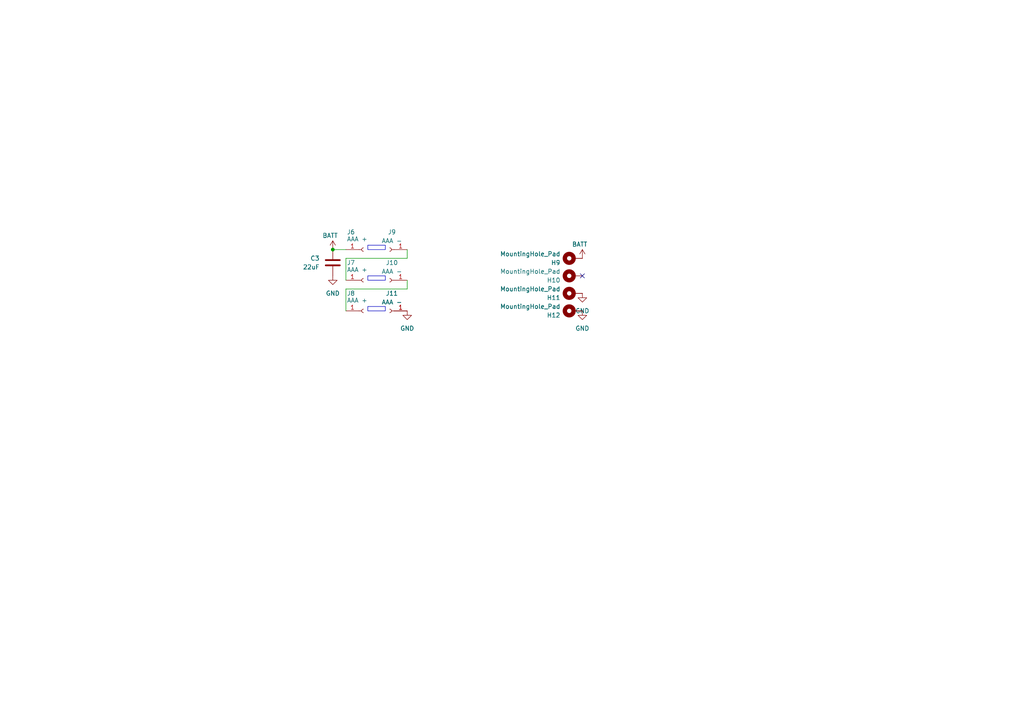
<source format=kicad_sch>
(kicad_sch (version 20250114) (generator "eeschema") (generator_version "9.0")
  (paper "A4")
  (title_block (title "Imponator, Battery Addon (Optional)") (date "2025-10-05") (rev "1") (company "Hackeriet") (comment 1 "Designed by: Sigurd Hellesvik"))
  (lib_symbols
    (symbol "Connector:Conn_01x01_Socket" (pin_names (offset 1.016) (hide yes))
      (property "Reference" "J" (at 0 2.54 0))
      (property "Value" "Conn_01x01_Socket" (at 0 -2.54 0))
      (symbol "Conn_01x01_Socket_1_1"
        (polyline (pts (xy -1.27 0) (xy -0.508 0)) (stroke (width 0.1524)))
        (arc (start 0 -0.508) (mid -0.5058 0) (end 0 0.508) (stroke (width 0.1524)))
        (pin passive line (at -5.08 0 0) (length 3.81) (name "Pin_1") (number "1"))
      )
    )
    (symbol "Device:C" (pin_numbers (hide yes)) (pin_names (offset 0.254))
      (property "Reference" "C" (at 0.635 2.54 0))
      (property "Value" "C" (at 0.635 -2.54 0))
      (symbol "C_0_1"
        (polyline (pts (xy -2.032 0.762) (xy 2.032 0.762)) (stroke (width 0.508)))
        (polyline (pts (xy -2.032 -0.762) (xy 2.032 -0.762)) (stroke (width 0.508)))
      )
      (symbol "C_1_1"
        (pin passive line (at 0 3.81 270) (length 2.794) (name "~") (number "1"))
        (pin passive line (at 0 -3.81 90) (length 2.794) (name "~") (number "2"))
      )
    )
    (symbol "Mechanical:MountingHole_Pad" (pin_numbers (hide yes)) (pin_names (offset 1.016) (hide yes)) (in_bom no)
      (property "Reference" "H" (at 0 6.35 0))
      (property "Value" "MountingHole_Pad" (at 0 4.445 0))
      (symbol "MountingHole_Pad_0_1"
        (circle (center 0 1.27) (radius 1.27) (stroke (width 1.27)))
      )
      (symbol "MountingHole_Pad_1_1"
        (pin input line (at 0 -2.54 90) (length 2.54) (name "1") (number "1"))
      )
    )
    (symbol "power:+3.3V" (power) (pin_numbers (hide yes)) (pin_names (offset 0) (hide yes))
      (property "Value" "+3.3V" (at 0 3.556 0))
      (symbol "+3.3V_0_1"
        (polyline (pts (xy -0.762 1.27) (xy 0 2.54)))
        (polyline (pts (xy 0 2.54) (xy 0.762 1.27)))
        (polyline (pts (xy 0 0) (xy 0 2.54)))
      )
      (symbol "+3.3V_1_1"
        (pin power_in line (at 0 0 90) (length 0) (name "~") (number "1"))
      )
    )
    (symbol "power:GND" (power) (pin_numbers (hide yes)) (pin_names (offset 0) (hide yes))
      (property "Value" "GND" (at 0 -3.81 0))
      (symbol "GND_0_1"
        (polyline (pts (xy 0 0) (xy 0 -1.27) (xy 1.27 -1.27) (xy 0 -2.54) (xy -1.27 -1.27) (xy 0 -1.27)))
      )
      (symbol "GND_1_1"
        (pin power_in line (at 0 0 270) (length 0) (name "~") (number "1"))
      )
    )
  )
  (rectangle (start 106.68 71.12) (end 111.76 72.39))
  (rectangle (start 106.68 88.9) (end 111.76 90.17))
  (rectangle (start 106.68 80.01) (end 111.76 81.28))
  (junction (at 96.52 72.39))
  (no_connect (at 168.91 80.01))
  (wire (pts (xy 118.11 72.39) (xy 118.11 74.93)))
  (wire (pts (xy 96.52 72.39) (xy 100.33 72.39)))
  (wire (pts (xy 100.33 83.82) (xy 100.33 90.17)))
  (wire (pts (xy 118.11 81.28) (xy 118.11 83.82)))
  (wire (pts (xy 100.33 74.93) (xy 100.33 81.28)))
  (wire (pts (xy 118.11 83.82) (xy 100.33 83.82)))
  (wire (pts (xy 118.11 74.93) (xy 100.33 74.93)))
  (symbol (lib_id "Mechanical:MountingHole_Pad") (at 166.37 90.17 90) (unit 1) (in_bom no)
    (property "Reference" "H12" (at 162.56 91.4401 90) (effects (justify left)))
    (property "Value" "MountingHole_Pad" (at 162.56 88.9001 90) (effects (justify left)))
    (property "Footprint" "MountingHole:MountingHole_2.5mm_Pad_TopBottom" (effects (hide yes)))
    (property "Description" "Mounting Hole with connection" (effects (hide yes)))
  )
  (symbol (lib_id "power:+3.3V") (at 96.52 72.39 0) (unit 1)
    (property "Reference" "#PWR033" (effects (hide yes)))
    (property "Value" "BATT" (at 95.758 68.326 0))
    (property "Description" "Power symbol creates a global label with name \"+3.3V\"" (effects (hide yes)))
  )
  (symbol (lib_id "Mechanical:MountingHole_Pad") (at 166.37 85.09 90) (unit 1) (in_bom no)
    (property "Reference" "H11" (at 162.56 86.3601 90) (effects (justify left)))
    (property "Value" "MountingHole_Pad" (at 162.56 83.8201 90) (effects (justify left)))
    (property "Footprint" "MountingHole:MountingHole_2.5mm_Pad_TopBottom" (effects (hide yes)))
    (property "Description" "Mounting Hole with connection" (effects (hide yes)))
  )
  (symbol (lib_id "Mechanical:MountingHole_Pad") (at 166.37 80.01 90) (unit 1) (in_bom no)
    (property "Reference" "H10" (at 162.56 81.2801 90) (effects (justify left)))
    (property "Value" "MountingHole_Pad" (at 162.56 78.7401 90) (effects (justify left)))
    (property "Footprint" "MountingHole:MountingHole_2.5mm_Pad_TopBottom" (effects (hide yes)))
    (property "Description" "Mounting Hole with connection" (effects (hide yes)))
  )
  (symbol (lib_id "Connector:Conn_01x01_Socket") (at 113.03 72.39 180) (unit 1)
    (property "Reference" "J9" (at 113.665 67.31 0))
    (property "Value" "AAA -" (at 113.665 69.85 0))
    (property "Footprint" "imponator_footprint_lib:BAT_591" (effects (hide yes)))
    (property "Description" "Generic connector, single row, 01x01, script generated" (effects (hide yes)))
  )
  (symbol (lib_id "Device:C") (at 96.52 76.2 0) (mirror x) (unit 1)
    (property "Reference" "C3" (at 92.71 74.9299 0) (effects (justify right)))
    (property "Value" "22uF" (at 92.71 77.4699 0) (effects (justify right)))
    (property "Footprint" "Capacitor_SMD:C_0603_1608Metric_Pad1.08x0.95mm_HandSolder" (effects (hide yes)))
    (property "Description" "Unpolarized capacitor" (effects (hide yes)))
  )
  (symbol (lib_id "power:GND") (at 118.11 90.17 0) (mirror y) (unit 1)
    (property "Reference" "#PWR035" (effects (hide yes)))
    (property "Value" "GND" (at 118.11 95.25 0))
    (property "Description" "Power symbol creates a global label with name \"GND\" , ground" (effects (hide yes)))
  )
  (symbol (lib_id "Mechanical:MountingHole_Pad") (at 166.37 74.93 90) (unit 1) (in_bom no)
    (property "Reference" "H9" (at 162.56 76.2001 90) (effects (justify left)))
    (property "Value" "MountingHole_Pad" (at 162.56 73.6601 90) (effects (justify left)))
    (property "Footprint" "MountingHole:MountingHole_2.5mm_Pad_TopBottom" (effects (hide yes)))
    (property "Description" "Mounting Hole with connection" (effects (hide yes)))
  )
  (symbol (lib_id "Connector:Conn_01x01_Socket") (at 105.41 81.28 0) (unit 1)
    (property "Reference" "J7" (at 100.584 76.2 0) (effects (justify left)))
    (property "Value" "AAA +" (at 100.584 78.232 0) (effects (justify left)))
    (property "Footprint" "imponator_footprint_lib:BAT_597" (effects (hide yes)))
    (property "Description" "Generic connector, single row, 01x01, script generated" (effects (hide yes)))
  )
  (symbol (lib_id "power:GND") (at 96.52 80.01 0) (mirror y) (unit 1)
    (property "Reference" "#PWR034" (effects (hide yes)))
    (property "Value" "GND" (at 96.52 85.09 0))
    (property "Description" "Power symbol creates a global label with name \"GND\" , ground" (effects (hide yes)))
  )
  (symbol (lib_id "power:GND") (at 168.91 90.17 0) (unit 1)
    (property "Reference" "#PWR038" (effects (hide yes)))
    (property "Value" "GND" (at 168.91 95.25 0))
    (property "Description" "Power symbol creates a global label with name \"GND\" , ground" (effects (hide yes)))
  )
  (symbol (lib_id "power:GND") (at 168.91 85.09 0) (unit 1)
    (property "Reference" "#PWR037" (effects (hide yes)))
    (property "Value" "GND" (at 168.91 90.17 0))
    (property "Description" "Power symbol creates a global label with name \"GND\" , ground" (effects (hide yes)))
  )
  (symbol (lib_id "Connector:Conn_01x01_Socket") (at 113.03 81.28 180) (unit 1)
    (property "Reference" "J10" (at 113.665 76.2 0))
    (property "Value" "AAA -" (at 113.665 78.74 0))
    (property "Footprint" "imponator_footprint_lib:BAT_591" (effects (hide yes)))
    (property "Description" "Generic connector, single row, 01x01, script generated" (effects (hide yes)))
  )
  (symbol (lib_id "Connector:Conn_01x01_Socket") (at 113.03 90.17 180) (unit 1)
    (property "Reference" "J11" (at 113.665 85.09 0))
    (property "Value" "AAA -" (at 113.665 87.63 0))
    (property "Footprint" "imponator_footprint_lib:BAT_591" (effects (hide yes)))
    (property "Description" "Generic connector, single row, 01x01, script generated" (effects (hide yes)))
  )
  (symbol (lib_id "power:+3.3V") (at 168.91 74.93 0) (unit 1)
    (property "Reference" "#PWR036" (effects (hide yes)))
    (property "Value" "BATT" (at 168.148 70.866 0))
    (property "Description" "Power symbol creates a global label with name \"+3.3V\"" (effects (hide yes)))
  )
  (symbol (lib_id "Connector:Conn_01x01_Socket") (at 105.41 72.39 0) (unit 1)
    (property "Reference" "J6" (at 100.584 67.31 0) (effects (justify left)))
    (property "Value" "AAA +" (at 100.584 69.342 0) (effects (justify left)))
    (property "Footprint" "imponator_footprint_lib:BAT_597" (effects (hide yes)))
    (property "Description" "Generic connector, single row, 01x01, script generated" (effects (hide yes)))
  )
  (symbol (lib_id "Connector:Conn_01x01_Socket") (at 105.41 90.17 0) (unit 1)
    (property "Reference" "J8" (at 100.584 85.09 0) (effects (justify left)))
    (property "Value" "AAA +" (at 100.584 87.122 0) (effects (justify left)))
    (property "Footprint" "imponator_footprint_lib:BAT_597" (effects (hide yes)))
    (property "Description" "Generic connector, single row, 01x01, script generated" (effects (hide yes)))
  )
)
</source>
